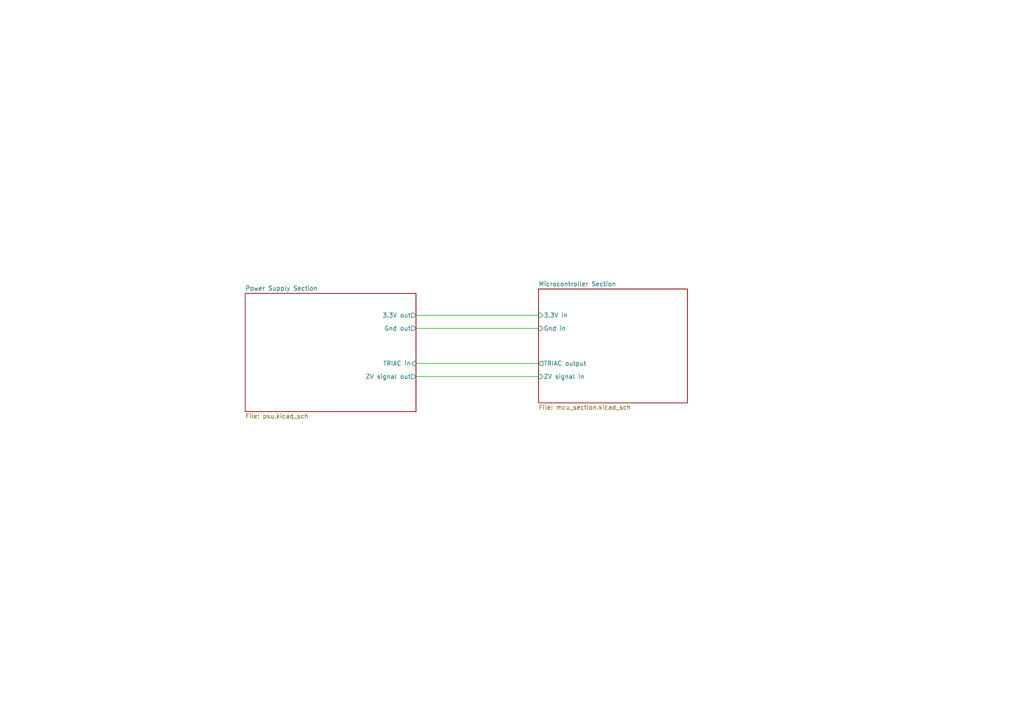
<source format=kicad_sch>
(kicad_sch (version 20230121) (generator eeschema)
  (paper "A4")
  (lib_symbols)
  (wire (pts (xy 120.65 91.44) (xy 156.21 91.44)))
  (wire (pts (xy 120.65 95.25) (xy 156.21 95.25)))
  (wire (pts (xy 120.65 105.41) (xy 156.21 105.41)))
  (wire (pts (xy 120.65 109.22) (xy 156.21 109.22)))
  (sheet (at 156.21 83.82) (size 43.18 33.02) (stroke (width 0.1524))
    (property "Sheetname" "Microcontroller Section" (at 156.21 83.1084 0) (effects (justify left bottom)))
    (property "Sheetfile" "mcu_section.kicad_sch" (at 156.21 117.4246 0) (effects (justify left top)))
    (pin "3.3V in" input (at 156.21 91.44 180))
    (pin "Gnd in" input (at 156.21 95.25 180))
    (pin "ZV signal in" input (at 156.21 109.22 180))
    (pin "TRIAC output" output (at 156.21 105.41 180))
  )
  (sheet (at 71.12 85.09) (size 49.53 34.29) (stroke (width 0.1524))
    (property "Sheetname" "Power Supply Section" (at 71.12 84.3784 0) (effects (justify left bottom)))
    (property "Sheetfile" "psu.kicad_sch" (at 71.12 119.9646 0) (effects (justify left top)))
    (pin "ZV signal out" output (at 120.65 109.22 0))
    (pin "TRIAC in" input (at 120.65 105.41 0))
    (pin "3.3V out" output (at 120.65 91.44 0))
    (pin "Gnd out" output (at 120.65 95.25 0))
  )
)
</source>
